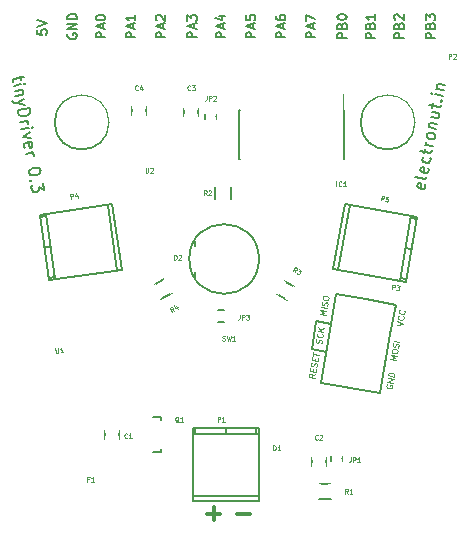
<source format=gto>
G04 #@! TF.FileFunction,Legend,Top*
%FSLAX46Y46*%
G04 Gerber Fmt 4.6, Leading zero omitted, Abs format (unit mm)*
G04 Created by KiCad (PCBNEW 4.0.1-stable) date 2016 March 22, Tuesday 17:13:29*
%MOMM*%
G01*
G04 APERTURE LIST*
%ADD10C,0.100000*%
%ADD11C,0.200000*%
%ADD12C,0.300000*%
%ADD13C,0.150000*%
%ADD14C,0.080000*%
%ADD15R,0.900000X1.000000*%
%ADD16R,1.150000X1.200000*%
%ADD17R,0.900000X1.300000*%
%ADD18R,1.300000X0.900000*%
%ADD19R,1.000000X0.900000*%
%ADD20R,2.127200X2.432000*%
%ADD21O,2.127200X2.432000*%
%ADD22R,1.300000X2.400000*%
%ADD23R,0.650000X1.100000*%
%ADD24R,0.900000X0.680000*%
%ADD25R,1.200100X1.200100*%
%ADD26R,1.000000X1.900000*%
%ADD27R,2.200000X1.500000*%
%ADD28O,1.517600X2.305000*%
%ADD29R,1.517600X2.305000*%
%ADD30R,1.900000X3.600000*%
%ADD31C,4.464000*%
%ADD32C,2.127200*%
%ADD33C,2.127200*%
%ADD34R,1.650000X1.400000*%
%ADD35O,2.398980X2.398980*%
%ADD36R,2.398980X2.398980*%
%ADD37C,2.398980*%
G04 APERTURE END LIST*
D10*
D11*
X159635917Y-79916229D02*
X159664489Y-80018804D01*
X159628144Y-80205781D01*
X159563228Y-80290183D01*
X159460654Y-80318755D01*
X159086700Y-80246066D01*
X159002298Y-80181149D01*
X158973726Y-80078575D01*
X159010071Y-79891597D01*
X159074987Y-79807195D01*
X159177561Y-79778624D01*
X159271050Y-79796796D01*
X159273677Y-80282410D01*
X159800781Y-79317642D02*
X159735865Y-79402044D01*
X159633290Y-79430616D01*
X158791895Y-79267065D01*
X159899415Y-78560648D02*
X159927987Y-78663223D01*
X159891643Y-78850200D01*
X159826726Y-78934602D01*
X159724152Y-78963174D01*
X159350198Y-78890485D01*
X159265796Y-78825568D01*
X159237224Y-78722994D01*
X159273569Y-78536016D01*
X159338485Y-78451614D01*
X159441059Y-78423043D01*
X159534549Y-78441215D01*
X159537175Y-78926829D01*
X160072052Y-77672509D02*
X160100624Y-77775084D01*
X160064279Y-77962061D01*
X159999363Y-78046463D01*
X159943533Y-78084121D01*
X159840958Y-78112693D01*
X159560493Y-78058176D01*
X159476091Y-77993259D01*
X159438433Y-77937429D01*
X159409861Y-77834855D01*
X159446206Y-77647877D01*
X159511122Y-77563475D01*
X159518895Y-77273925D02*
X159591584Y-76899972D01*
X159218944Y-77070089D02*
X160060339Y-77233640D01*
X160162913Y-77205068D01*
X160227830Y-77120666D01*
X160246002Y-77027178D01*
X160309605Y-76699968D02*
X159655187Y-76572762D01*
X159842163Y-76609107D02*
X159757761Y-76544190D01*
X159720103Y-76488360D01*
X159691531Y-76385786D01*
X159709704Y-76292296D01*
X160454984Y-75952061D02*
X160390067Y-76036464D01*
X160334237Y-76074122D01*
X160231663Y-76102693D01*
X159951197Y-76048176D01*
X159866795Y-75983260D01*
X159829137Y-75927430D01*
X159800565Y-75824855D01*
X159827824Y-75684622D01*
X159892740Y-75600220D01*
X159948570Y-75562562D01*
X160051145Y-75533990D01*
X160331610Y-75588507D01*
X160416012Y-75653424D01*
X160453670Y-75709254D01*
X160482242Y-75811828D01*
X160454984Y-75952061D01*
X159945943Y-75076949D02*
X160600362Y-75204155D01*
X160039432Y-75095121D02*
X160001774Y-75039291D01*
X159973202Y-74936716D01*
X160000460Y-74796483D01*
X160065377Y-74712081D01*
X160167951Y-74683509D01*
X160682137Y-74783457D01*
X160200356Y-73768112D02*
X160854774Y-73895318D01*
X160118580Y-74188810D02*
X160632766Y-74288757D01*
X160735341Y-74260186D01*
X160800257Y-74175784D01*
X160827516Y-74035550D01*
X160798944Y-73932976D01*
X160761286Y-73877146D01*
X160263958Y-73440903D02*
X160336648Y-73066950D01*
X159964008Y-73237068D02*
X160805403Y-73400618D01*
X160907977Y-73372047D01*
X160972894Y-73287645D01*
X160991066Y-73194156D01*
X160961181Y-72848774D02*
X161017011Y-72811116D01*
X161054669Y-72866947D01*
X160998839Y-72904605D01*
X160961181Y-72848774D01*
X161054669Y-72866947D01*
X161145530Y-72399506D02*
X160491112Y-72272300D01*
X160163903Y-72208697D02*
X160201561Y-72264527D01*
X160257391Y-72226869D01*
X160219734Y-72171039D01*
X160163903Y-72208697D01*
X160257391Y-72226869D01*
X160581973Y-71804858D02*
X161236392Y-71932065D01*
X160675462Y-71823031D02*
X160637804Y-71767201D01*
X160609232Y-71664626D01*
X160636490Y-71524393D01*
X160701407Y-71439991D01*
X160803981Y-71411419D01*
X161318167Y-71511367D01*
D10*
X151216316Y-90983055D02*
X150723912Y-90896231D01*
X151104570Y-90794114D01*
X150781795Y-90567962D01*
X151274199Y-90654786D01*
X151315543Y-90420307D02*
X150823140Y-90333483D01*
X151329306Y-90205143D02*
X151365157Y-90138934D01*
X151385829Y-90021695D01*
X151370651Y-89970665D01*
X151351337Y-89943082D01*
X151308576Y-89911366D01*
X151261681Y-89903097D01*
X151210651Y-89918276D01*
X151183069Y-89937589D01*
X151151352Y-89980350D01*
X151111366Y-90070007D01*
X151079649Y-90112768D01*
X151052068Y-90132081D01*
X151001037Y-90147260D01*
X150954142Y-90138991D01*
X150911381Y-90107274D01*
X150892067Y-90079692D01*
X150876888Y-90028662D01*
X150897560Y-89911423D01*
X150933412Y-89845215D01*
X150963712Y-89536258D02*
X150980250Y-89442467D01*
X151011967Y-89399706D01*
X151067131Y-89361080D01*
X151165057Y-89354170D01*
X151329192Y-89383112D01*
X151418849Y-89423097D01*
X151457475Y-89478261D01*
X151472654Y-89529291D01*
X151456116Y-89623082D01*
X151424399Y-89665844D01*
X151369235Y-89704470D01*
X151271309Y-89711381D01*
X151107174Y-89682439D01*
X151017518Y-89642453D01*
X150978891Y-89587289D01*
X150963712Y-89536258D01*
X150836675Y-93378234D02*
X150872526Y-93312024D01*
X150893199Y-93194786D01*
X150878020Y-93143756D01*
X150858706Y-93116173D01*
X150815945Y-93084457D01*
X150769050Y-93076188D01*
X150718020Y-93091366D01*
X150690438Y-93110680D01*
X150658721Y-93153441D01*
X150618736Y-93243098D01*
X150587018Y-93285859D01*
X150559437Y-93305172D01*
X150508407Y-93320351D01*
X150461511Y-93312082D01*
X150418750Y-93280365D01*
X150399436Y-93252783D01*
X150384257Y-93201753D01*
X150404929Y-93084513D01*
X150440781Y-93018305D01*
X150949665Y-92600322D02*
X150968979Y-92627905D01*
X150980023Y-92702382D01*
X150971754Y-92749277D01*
X150935903Y-92815487D01*
X150880738Y-92854114D01*
X150829708Y-92869292D01*
X150731783Y-92876202D01*
X150661439Y-92863799D01*
X150571782Y-92823813D01*
X150529021Y-92792096D01*
X150490395Y-92736932D01*
X150479350Y-92662453D01*
X150487619Y-92615558D01*
X150523470Y-92549350D01*
X150551053Y-92530036D01*
X151033771Y-92397560D02*
X150541367Y-92310736D01*
X151083385Y-92116187D02*
X150764801Y-92277604D01*
X150590981Y-92029363D02*
X150822741Y-92360350D01*
X150337652Y-96004435D02*
X150074233Y-96127225D01*
X150288038Y-96285808D02*
X149795635Y-96198984D01*
X149828710Y-96011402D01*
X149860428Y-95968641D01*
X149888010Y-95949328D01*
X149939040Y-95934149D01*
X150009383Y-95946552D01*
X150052144Y-95978270D01*
X150071458Y-96005851D01*
X150086636Y-96056881D01*
X150053561Y-96244464D01*
X150116937Y-95747925D02*
X150145879Y-95583791D01*
X150416207Y-95558927D02*
X150374862Y-95793405D01*
X149882459Y-95706580D01*
X149923803Y-95472103D01*
X150425836Y-95367210D02*
X150461687Y-95301001D01*
X150482359Y-95183762D01*
X150467181Y-95132732D01*
X150447867Y-95105149D01*
X150405106Y-95073433D01*
X150358210Y-95065164D01*
X150307180Y-95080343D01*
X150279598Y-95099656D01*
X150247881Y-95142417D01*
X150207896Y-95232074D01*
X150176179Y-95274835D01*
X150148597Y-95294148D01*
X150097567Y-95309327D01*
X150050671Y-95301058D01*
X150007910Y-95269341D01*
X149988596Y-95241759D01*
X149973417Y-95190729D01*
X149994090Y-95073490D01*
X150029941Y-95007282D01*
X150278182Y-94833461D02*
X150307123Y-94669327D01*
X150577452Y-94644463D02*
X150536107Y-94878941D01*
X150043703Y-94792117D01*
X150085048Y-94557639D01*
X150109855Y-94416952D02*
X150159469Y-94135579D01*
X150627066Y-94363089D02*
X150134662Y-94276265D01*
X157185316Y-94793055D02*
X156692912Y-94706231D01*
X157073570Y-94604114D01*
X156750795Y-94377962D01*
X157243199Y-94464786D01*
X156808677Y-94049692D02*
X156825215Y-93955901D01*
X156856933Y-93913140D01*
X156912097Y-93874513D01*
X157010023Y-93867604D01*
X157174158Y-93896545D01*
X157263814Y-93936530D01*
X157302441Y-93991695D01*
X157317619Y-94042725D01*
X157301081Y-94136516D01*
X157269365Y-94179277D01*
X157214201Y-94217904D01*
X157116275Y-94224814D01*
X156952140Y-94195873D01*
X156862483Y-94155886D01*
X156823857Y-94100722D01*
X156808677Y-94049692D01*
X157347920Y-93733769D02*
X157383771Y-93667559D01*
X157404443Y-93550321D01*
X157389265Y-93499291D01*
X157369951Y-93471708D01*
X157327190Y-93439992D01*
X157280295Y-93431723D01*
X157229265Y-93446901D01*
X157201683Y-93466215D01*
X157169966Y-93508976D01*
X157129980Y-93598633D01*
X157098263Y-93641394D01*
X157070681Y-93660707D01*
X157019651Y-93675886D01*
X156972756Y-93667617D01*
X156929995Y-93635900D01*
X156910681Y-93608318D01*
X156895502Y-93557288D01*
X156916174Y-93440049D01*
X156952026Y-93373840D01*
X157458192Y-93245499D02*
X156965788Y-93158675D01*
X156405646Y-96851753D02*
X156373929Y-96894514D01*
X156361526Y-96964857D01*
X156372570Y-97039336D01*
X156411197Y-97094500D01*
X156453958Y-97126216D01*
X156543615Y-97166203D01*
X156613959Y-97178606D01*
X156711884Y-97171696D01*
X156762914Y-97156517D01*
X156818079Y-97117891D01*
X156853930Y-97051681D01*
X156862199Y-97004786D01*
X156851155Y-96930309D01*
X156831841Y-96902726D01*
X156667707Y-96873784D01*
X156651169Y-96967576D01*
X156915947Y-96699964D02*
X156423543Y-96613140D01*
X156965561Y-96418591D01*
X156473157Y-96331767D01*
X157006905Y-96184112D02*
X156514502Y-96097288D01*
X156535174Y-95980050D01*
X156571026Y-95913840D01*
X156626190Y-95875214D01*
X156677220Y-95860035D01*
X156775146Y-95853125D01*
X156845490Y-95865528D01*
X156935146Y-95905515D01*
X156977907Y-95937231D01*
X157016534Y-95992395D01*
X157027578Y-96066874D01*
X157006905Y-96184112D01*
X157221584Y-91794991D02*
X157742930Y-91717680D01*
X157279467Y-91466722D01*
X157803531Y-91099769D02*
X157822844Y-91127352D01*
X157833888Y-91201829D01*
X157825619Y-91248725D01*
X157789768Y-91314934D01*
X157734604Y-91353561D01*
X157683574Y-91368739D01*
X157585648Y-91375650D01*
X157515304Y-91363246D01*
X157425648Y-91323260D01*
X157382887Y-91291544D01*
X157344260Y-91236379D01*
X157333215Y-91161901D01*
X157341484Y-91115005D01*
X157377336Y-91048797D01*
X157404919Y-91029483D01*
X157890355Y-90607365D02*
X157909668Y-90634948D01*
X157920712Y-90709425D01*
X157912443Y-90756321D01*
X157876593Y-90822530D01*
X157821428Y-90861157D01*
X157770398Y-90876335D01*
X157672472Y-90883246D01*
X157602129Y-90870842D01*
X157512472Y-90830856D01*
X157469711Y-90799140D01*
X157431084Y-90743975D01*
X157420039Y-90669497D01*
X157428308Y-90622601D01*
X157464160Y-90556393D01*
X157491743Y-90537079D01*
D12*
X143700572Y-107803143D02*
X144843429Y-107803143D01*
X141160572Y-107803143D02*
X142303429Y-107803143D01*
X141732000Y-108374571D02*
X141732000Y-107231714D01*
D13*
X129394000Y-67157523D02*
X129355905Y-67233714D01*
X129355905Y-67347999D01*
X129394000Y-67462285D01*
X129470190Y-67538476D01*
X129546381Y-67576571D01*
X129698762Y-67614666D01*
X129813048Y-67614666D01*
X129965429Y-67576571D01*
X130041619Y-67538476D01*
X130117810Y-67462285D01*
X130155905Y-67347999D01*
X130155905Y-67271809D01*
X130117810Y-67157523D01*
X130079714Y-67119428D01*
X129813048Y-67119428D01*
X129813048Y-67271809D01*
X130155905Y-66776571D02*
X129355905Y-66776571D01*
X130155905Y-66319428D01*
X129355905Y-66319428D01*
X130155905Y-65938476D02*
X129355905Y-65938476D01*
X129355905Y-65748000D01*
X129394000Y-65633714D01*
X129470190Y-65557523D01*
X129546381Y-65519428D01*
X129698762Y-65481333D01*
X129813048Y-65481333D01*
X129965429Y-65519428D01*
X130041619Y-65557523D01*
X130117810Y-65633714D01*
X130155905Y-65748000D01*
X130155905Y-65938476D01*
D11*
X125326790Y-70730751D02*
X125392941Y-71105915D01*
X125679865Y-70813555D02*
X124835744Y-70962396D01*
X124750222Y-71025830D01*
X124719865Y-71127890D01*
X124736402Y-71221681D01*
X124794285Y-71549951D02*
X125450824Y-71434185D01*
X125779093Y-71376303D02*
X125723928Y-71337676D01*
X125685302Y-71392840D01*
X125740466Y-71431467D01*
X125779093Y-71376303D01*
X125685302Y-71392840D01*
X125533514Y-71903141D02*
X124876975Y-72018906D01*
X125439722Y-71919679D02*
X125494887Y-71958305D01*
X125558320Y-72043828D01*
X125583128Y-72184515D01*
X125552770Y-72286575D01*
X125467248Y-72350009D01*
X124951396Y-72440967D01*
X125674086Y-72700366D02*
X125058892Y-73050610D01*
X125756776Y-73169323D02*
X125058892Y-73050610D01*
X124807876Y-72998163D01*
X124752712Y-72959537D01*
X124689278Y-72874015D01*
X125166388Y-73660253D02*
X126151196Y-73486605D01*
X126192541Y-73721083D01*
X126170452Y-73870039D01*
X126093199Y-73980368D01*
X126007677Y-74043802D01*
X125828364Y-74123773D01*
X125687676Y-74148580D01*
X125491825Y-74134760D01*
X125389765Y-74104403D01*
X125279436Y-74027149D01*
X125207733Y-73894731D01*
X125166388Y-73660253D01*
X125340037Y-74645061D02*
X125996575Y-74529295D01*
X125808993Y-74562371D02*
X125911053Y-74592729D01*
X125966218Y-74631355D01*
X126029651Y-74716877D01*
X126046189Y-74810670D01*
X125447533Y-75254704D02*
X126104072Y-75138938D01*
X126432341Y-75081056D02*
X126377176Y-75042429D01*
X126338550Y-75097594D01*
X126393714Y-75136220D01*
X126432341Y-75081056D01*
X126338550Y-75097594D01*
X126170224Y-75514103D02*
X125555030Y-75864346D01*
X126252913Y-75983060D01*
X125775574Y-76840886D02*
X125712140Y-76755364D01*
X125679064Y-76567781D01*
X125709422Y-76465721D01*
X125794944Y-76402287D01*
X126170109Y-76336135D01*
X126272169Y-76366493D01*
X126335603Y-76452015D01*
X126368679Y-76639598D01*
X126338321Y-76741658D01*
X126252799Y-76805092D01*
X126159007Y-76821630D01*
X125982526Y-76369211D01*
X125811367Y-77318111D02*
X126467906Y-77202345D01*
X126280324Y-77235421D02*
X126382384Y-77265779D01*
X126437549Y-77304405D01*
X126500982Y-77389927D01*
X126517520Y-77483719D01*
X127069051Y-78692018D02*
X127085589Y-78785810D01*
X127055231Y-78887870D01*
X127016605Y-78943035D01*
X126931083Y-79006468D01*
X126751769Y-79086439D01*
X126517291Y-79127784D01*
X126321439Y-79113965D01*
X126219379Y-79083607D01*
X126164215Y-79044980D01*
X126100781Y-78959458D01*
X126084243Y-78865666D01*
X126114601Y-78763606D01*
X126153228Y-78708441D01*
X126238750Y-78645008D01*
X126418063Y-78565037D01*
X126652542Y-78523692D01*
X126848393Y-78537511D01*
X126950453Y-78567869D01*
X127005618Y-78606496D01*
X127069051Y-78692018D01*
X126310338Y-79599458D02*
X126271711Y-79654623D01*
X126216547Y-79615996D01*
X126255173Y-79560831D01*
X126310338Y-79599458D01*
X126216547Y-79615996D01*
X127267506Y-79817512D02*
X127375003Y-80427156D01*
X126941955Y-80165037D01*
X126966762Y-80305725D01*
X126936405Y-80407785D01*
X126897778Y-80462950D01*
X126812255Y-80526383D01*
X126577777Y-80567728D01*
X126475717Y-80537370D01*
X126420552Y-80498744D01*
X126357119Y-80413222D01*
X126307505Y-80131847D01*
X126337863Y-80029787D01*
X126376489Y-79974623D01*
D13*
X160508905Y-67538476D02*
X159708905Y-67538476D01*
X159708905Y-67233714D01*
X159747000Y-67157523D01*
X159785095Y-67119428D01*
X159861286Y-67081333D01*
X159975571Y-67081333D01*
X160051762Y-67119428D01*
X160089857Y-67157523D01*
X160127952Y-67233714D01*
X160127952Y-67538476D01*
X160089857Y-66471809D02*
X160127952Y-66357523D01*
X160166048Y-66319428D01*
X160242238Y-66281333D01*
X160356524Y-66281333D01*
X160432714Y-66319428D01*
X160470810Y-66357523D01*
X160508905Y-66433714D01*
X160508905Y-66738476D01*
X159708905Y-66738476D01*
X159708905Y-66471809D01*
X159747000Y-66395619D01*
X159785095Y-66357523D01*
X159861286Y-66319428D01*
X159937476Y-66319428D01*
X160013667Y-66357523D01*
X160051762Y-66395619D01*
X160089857Y-66471809D01*
X160089857Y-66738476D01*
X159708905Y-66014666D02*
X159708905Y-65519428D01*
X160013667Y-65786095D01*
X160013667Y-65671809D01*
X160051762Y-65595619D01*
X160089857Y-65557523D01*
X160166048Y-65519428D01*
X160356524Y-65519428D01*
X160432714Y-65557523D01*
X160470810Y-65595619D01*
X160508905Y-65671809D01*
X160508905Y-65900381D01*
X160470810Y-65976571D01*
X160432714Y-66014666D01*
X157841905Y-67538476D02*
X157041905Y-67538476D01*
X157041905Y-67233714D01*
X157080000Y-67157523D01*
X157118095Y-67119428D01*
X157194286Y-67081333D01*
X157308571Y-67081333D01*
X157384762Y-67119428D01*
X157422857Y-67157523D01*
X157460952Y-67233714D01*
X157460952Y-67538476D01*
X157422857Y-66471809D02*
X157460952Y-66357523D01*
X157499048Y-66319428D01*
X157575238Y-66281333D01*
X157689524Y-66281333D01*
X157765714Y-66319428D01*
X157803810Y-66357523D01*
X157841905Y-66433714D01*
X157841905Y-66738476D01*
X157041905Y-66738476D01*
X157041905Y-66471809D01*
X157080000Y-66395619D01*
X157118095Y-66357523D01*
X157194286Y-66319428D01*
X157270476Y-66319428D01*
X157346667Y-66357523D01*
X157384762Y-66395619D01*
X157422857Y-66471809D01*
X157422857Y-66738476D01*
X157118095Y-65976571D02*
X157080000Y-65938476D01*
X157041905Y-65862285D01*
X157041905Y-65671809D01*
X157080000Y-65595619D01*
X157118095Y-65557523D01*
X157194286Y-65519428D01*
X157270476Y-65519428D01*
X157384762Y-65557523D01*
X157841905Y-66014666D01*
X157841905Y-65519428D01*
X155428905Y-67538476D02*
X154628905Y-67538476D01*
X154628905Y-67233714D01*
X154667000Y-67157523D01*
X154705095Y-67119428D01*
X154781286Y-67081333D01*
X154895571Y-67081333D01*
X154971762Y-67119428D01*
X155009857Y-67157523D01*
X155047952Y-67233714D01*
X155047952Y-67538476D01*
X155009857Y-66471809D02*
X155047952Y-66357523D01*
X155086048Y-66319428D01*
X155162238Y-66281333D01*
X155276524Y-66281333D01*
X155352714Y-66319428D01*
X155390810Y-66357523D01*
X155428905Y-66433714D01*
X155428905Y-66738476D01*
X154628905Y-66738476D01*
X154628905Y-66471809D01*
X154667000Y-66395619D01*
X154705095Y-66357523D01*
X154781286Y-66319428D01*
X154857476Y-66319428D01*
X154933667Y-66357523D01*
X154971762Y-66395619D01*
X155009857Y-66471809D01*
X155009857Y-66738476D01*
X155428905Y-65519428D02*
X155428905Y-65976571D01*
X155428905Y-65748000D02*
X154628905Y-65748000D01*
X154743190Y-65824190D01*
X154819381Y-65900381D01*
X154857476Y-65976571D01*
X153015905Y-67538476D02*
X152215905Y-67538476D01*
X152215905Y-67233714D01*
X152254000Y-67157523D01*
X152292095Y-67119428D01*
X152368286Y-67081333D01*
X152482571Y-67081333D01*
X152558762Y-67119428D01*
X152596857Y-67157523D01*
X152634952Y-67233714D01*
X152634952Y-67538476D01*
X152596857Y-66471809D02*
X152634952Y-66357523D01*
X152673048Y-66319428D01*
X152749238Y-66281333D01*
X152863524Y-66281333D01*
X152939714Y-66319428D01*
X152977810Y-66357523D01*
X153015905Y-66433714D01*
X153015905Y-66738476D01*
X152215905Y-66738476D01*
X152215905Y-66471809D01*
X152254000Y-66395619D01*
X152292095Y-66357523D01*
X152368286Y-66319428D01*
X152444476Y-66319428D01*
X152520667Y-66357523D01*
X152558762Y-66395619D01*
X152596857Y-66471809D01*
X152596857Y-66738476D01*
X152215905Y-65786095D02*
X152215905Y-65709904D01*
X152254000Y-65633714D01*
X152292095Y-65595619D01*
X152368286Y-65557523D01*
X152520667Y-65519428D01*
X152711143Y-65519428D01*
X152863524Y-65557523D01*
X152939714Y-65595619D01*
X152977810Y-65633714D01*
X153015905Y-65709904D01*
X153015905Y-65786095D01*
X152977810Y-65862285D01*
X152939714Y-65900381D01*
X152863524Y-65938476D01*
X152711143Y-65976571D01*
X152520667Y-65976571D01*
X152368286Y-65938476D01*
X152292095Y-65900381D01*
X152254000Y-65862285D01*
X152215905Y-65786095D01*
X150348905Y-67481333D02*
X149548905Y-67481333D01*
X149548905Y-67176571D01*
X149587000Y-67100380D01*
X149625095Y-67062285D01*
X149701286Y-67024190D01*
X149815571Y-67024190D01*
X149891762Y-67062285D01*
X149929857Y-67100380D01*
X149967952Y-67176571D01*
X149967952Y-67481333D01*
X150120333Y-66719428D02*
X150120333Y-66338476D01*
X150348905Y-66795619D02*
X149548905Y-66528952D01*
X150348905Y-66262285D01*
X149548905Y-66071809D02*
X149548905Y-65538476D01*
X150348905Y-65881333D01*
X147808905Y-67481333D02*
X147008905Y-67481333D01*
X147008905Y-67176571D01*
X147047000Y-67100380D01*
X147085095Y-67062285D01*
X147161286Y-67024190D01*
X147275571Y-67024190D01*
X147351762Y-67062285D01*
X147389857Y-67100380D01*
X147427952Y-67176571D01*
X147427952Y-67481333D01*
X147580333Y-66719428D02*
X147580333Y-66338476D01*
X147808905Y-66795619D02*
X147008905Y-66528952D01*
X147808905Y-66262285D01*
X147008905Y-65652762D02*
X147008905Y-65805143D01*
X147047000Y-65881333D01*
X147085095Y-65919428D01*
X147199381Y-65995619D01*
X147351762Y-66033714D01*
X147656524Y-66033714D01*
X147732714Y-65995619D01*
X147770810Y-65957524D01*
X147808905Y-65881333D01*
X147808905Y-65728952D01*
X147770810Y-65652762D01*
X147732714Y-65614666D01*
X147656524Y-65576571D01*
X147466048Y-65576571D01*
X147389857Y-65614666D01*
X147351762Y-65652762D01*
X147313667Y-65728952D01*
X147313667Y-65881333D01*
X147351762Y-65957524D01*
X147389857Y-65995619D01*
X147466048Y-66033714D01*
X145268905Y-67481333D02*
X144468905Y-67481333D01*
X144468905Y-67176571D01*
X144507000Y-67100380D01*
X144545095Y-67062285D01*
X144621286Y-67024190D01*
X144735571Y-67024190D01*
X144811762Y-67062285D01*
X144849857Y-67100380D01*
X144887952Y-67176571D01*
X144887952Y-67481333D01*
X145040333Y-66719428D02*
X145040333Y-66338476D01*
X145268905Y-66795619D02*
X144468905Y-66528952D01*
X145268905Y-66262285D01*
X144468905Y-65614666D02*
X144468905Y-65995619D01*
X144849857Y-66033714D01*
X144811762Y-65995619D01*
X144773667Y-65919428D01*
X144773667Y-65728952D01*
X144811762Y-65652762D01*
X144849857Y-65614666D01*
X144926048Y-65576571D01*
X145116524Y-65576571D01*
X145192714Y-65614666D01*
X145230810Y-65652762D01*
X145268905Y-65728952D01*
X145268905Y-65919428D01*
X145230810Y-65995619D01*
X145192714Y-66033714D01*
X142728905Y-67481333D02*
X141928905Y-67481333D01*
X141928905Y-67176571D01*
X141967000Y-67100380D01*
X142005095Y-67062285D01*
X142081286Y-67024190D01*
X142195571Y-67024190D01*
X142271762Y-67062285D01*
X142309857Y-67100380D01*
X142347952Y-67176571D01*
X142347952Y-67481333D01*
X142500333Y-66719428D02*
X142500333Y-66338476D01*
X142728905Y-66795619D02*
X141928905Y-66528952D01*
X142728905Y-66262285D01*
X142195571Y-65652762D02*
X142728905Y-65652762D01*
X141890810Y-65843238D02*
X142462238Y-66033714D01*
X142462238Y-65538476D01*
X140315905Y-67481333D02*
X139515905Y-67481333D01*
X139515905Y-67176571D01*
X139554000Y-67100380D01*
X139592095Y-67062285D01*
X139668286Y-67024190D01*
X139782571Y-67024190D01*
X139858762Y-67062285D01*
X139896857Y-67100380D01*
X139934952Y-67176571D01*
X139934952Y-67481333D01*
X140087333Y-66719428D02*
X140087333Y-66338476D01*
X140315905Y-66795619D02*
X139515905Y-66528952D01*
X140315905Y-66262285D01*
X139515905Y-66071809D02*
X139515905Y-65576571D01*
X139820667Y-65843238D01*
X139820667Y-65728952D01*
X139858762Y-65652762D01*
X139896857Y-65614666D01*
X139973048Y-65576571D01*
X140163524Y-65576571D01*
X140239714Y-65614666D01*
X140277810Y-65652762D01*
X140315905Y-65728952D01*
X140315905Y-65957524D01*
X140277810Y-66033714D01*
X140239714Y-66071809D01*
X137648905Y-67481333D02*
X136848905Y-67481333D01*
X136848905Y-67176571D01*
X136887000Y-67100380D01*
X136925095Y-67062285D01*
X137001286Y-67024190D01*
X137115571Y-67024190D01*
X137191762Y-67062285D01*
X137229857Y-67100380D01*
X137267952Y-67176571D01*
X137267952Y-67481333D01*
X137420333Y-66719428D02*
X137420333Y-66338476D01*
X137648905Y-66795619D02*
X136848905Y-66528952D01*
X137648905Y-66262285D01*
X136925095Y-66033714D02*
X136887000Y-65995619D01*
X136848905Y-65919428D01*
X136848905Y-65728952D01*
X136887000Y-65652762D01*
X136925095Y-65614666D01*
X137001286Y-65576571D01*
X137077476Y-65576571D01*
X137191762Y-65614666D01*
X137648905Y-66071809D01*
X137648905Y-65576571D01*
X135108905Y-67481333D02*
X134308905Y-67481333D01*
X134308905Y-67176571D01*
X134347000Y-67100380D01*
X134385095Y-67062285D01*
X134461286Y-67024190D01*
X134575571Y-67024190D01*
X134651762Y-67062285D01*
X134689857Y-67100380D01*
X134727952Y-67176571D01*
X134727952Y-67481333D01*
X134880333Y-66719428D02*
X134880333Y-66338476D01*
X135108905Y-66795619D02*
X134308905Y-66528952D01*
X135108905Y-66262285D01*
X135108905Y-65576571D02*
X135108905Y-66033714D01*
X135108905Y-65805143D02*
X134308905Y-65805143D01*
X134423190Y-65881333D01*
X134499381Y-65957524D01*
X134537476Y-66033714D01*
X132568905Y-67481333D02*
X131768905Y-67481333D01*
X131768905Y-67176571D01*
X131807000Y-67100380D01*
X131845095Y-67062285D01*
X131921286Y-67024190D01*
X132035571Y-67024190D01*
X132111762Y-67062285D01*
X132149857Y-67100380D01*
X132187952Y-67176571D01*
X132187952Y-67481333D01*
X132340333Y-66719428D02*
X132340333Y-66338476D01*
X132568905Y-66795619D02*
X131768905Y-66528952D01*
X132568905Y-66262285D01*
X131768905Y-65843238D02*
X131768905Y-65767047D01*
X131807000Y-65690857D01*
X131845095Y-65652762D01*
X131921286Y-65614666D01*
X132073667Y-65576571D01*
X132264143Y-65576571D01*
X132416524Y-65614666D01*
X132492714Y-65652762D01*
X132530810Y-65690857D01*
X132568905Y-65767047D01*
X132568905Y-65843238D01*
X132530810Y-65919428D01*
X132492714Y-65957524D01*
X132416524Y-65995619D01*
X132264143Y-66033714D01*
X132073667Y-66033714D01*
X131921286Y-65995619D01*
X131845095Y-65957524D01*
X131807000Y-65919428D01*
X131768905Y-65843238D01*
X126815905Y-66827380D02*
X126815905Y-67208333D01*
X127196857Y-67246428D01*
X127158762Y-67208333D01*
X127120667Y-67132142D01*
X127120667Y-66941666D01*
X127158762Y-66865476D01*
X127196857Y-66827380D01*
X127273048Y-66789285D01*
X127463524Y-66789285D01*
X127539714Y-66827380D01*
X127577810Y-66865476D01*
X127615905Y-66941666D01*
X127615905Y-67132142D01*
X127577810Y-67208333D01*
X127539714Y-67246428D01*
X126815905Y-66560714D02*
X127615905Y-66294047D01*
X126815905Y-66027380D01*
X151671000Y-102874000D02*
X151671000Y-103374000D01*
X152621000Y-103374000D02*
X152621000Y-102874000D01*
X133696000Y-100742000D02*
X133696000Y-101442000D01*
X132496000Y-101442000D02*
X132496000Y-100742000D01*
X151222000Y-103028000D02*
X151222000Y-103728000D01*
X150022000Y-103728000D02*
X150022000Y-103028000D01*
X151630000Y-106593000D02*
X150630000Y-106593000D01*
X150630000Y-105243000D02*
X151630000Y-105243000D01*
X143169000Y-80145000D02*
X143169000Y-81145000D01*
X141819000Y-81145000D02*
X141819000Y-80145000D01*
X147923513Y-89734567D02*
X147057487Y-89234567D01*
X147732487Y-88065433D02*
X148598513Y-88565433D01*
X136643487Y-88438433D02*
X137509513Y-87938433D01*
X138184513Y-89107567D02*
X137318487Y-89607567D01*
X141953000Y-74418000D02*
X141953000Y-73918000D01*
X141003000Y-73918000D02*
X141003000Y-74418000D01*
X142617000Y-90584000D02*
X142117000Y-90584000D01*
X142117000Y-91534000D02*
X142617000Y-91534000D01*
X137302240Y-102391160D02*
X137302240Y-102342900D01*
X136601200Y-99592180D02*
X137302240Y-99592180D01*
X137302240Y-99592180D02*
X137302240Y-99841100D01*
X137302240Y-102391160D02*
X137302240Y-102591820D01*
X137302240Y-102591820D02*
X136601200Y-102591820D01*
X139227000Y-74137000D02*
X139227000Y-73437000D01*
X140427000Y-73437000D02*
X140427000Y-74137000D01*
X134782000Y-74010000D02*
X134782000Y-73310000D01*
X135982000Y-73310000D02*
X135982000Y-74010000D01*
X152786000Y-73617000D02*
X152671000Y-73617000D01*
X152786000Y-77767000D02*
X152671000Y-77767000D01*
X143886000Y-77767000D02*
X144001000Y-77767000D01*
X143886000Y-73617000D02*
X144001000Y-73617000D01*
X152786000Y-73617000D02*
X152786000Y-77767000D01*
X143886000Y-73617000D02*
X143886000Y-77767000D01*
X152671000Y-73617000D02*
X152671000Y-72242000D01*
X140121000Y-87333000D02*
X140121000Y-87783000D01*
X145571000Y-86233000D02*
G75*
G03X145571000Y-86233000I-2950000J0D01*
G01*
X140121000Y-85133000D02*
X140121000Y-84683000D01*
X158750000Y-74676000D02*
G75*
G03X158750000Y-74676000I-2286000J0D01*
G01*
X132842000Y-74676000D02*
G75*
G03X132842000Y-74676000I-2286000J0D01*
G01*
X151690761Y-91708173D02*
X152131827Y-89206761D01*
X152131827Y-89206761D02*
X154633239Y-89647827D01*
X150219522Y-92738345D02*
X150021042Y-93863981D01*
X150021042Y-93863981D02*
X151271748Y-94084514D01*
X150440055Y-91487639D02*
X150219522Y-92738345D01*
X151690761Y-91708173D02*
X150440055Y-91487639D01*
X151690761Y-91708173D02*
X150808628Y-96710996D01*
X150808628Y-96710996D02*
X155811452Y-97593129D01*
X155811452Y-97593129D02*
X156693584Y-92590305D01*
X157134651Y-90088894D02*
X154633239Y-89647827D01*
X156693584Y-92590305D02*
X157134651Y-90088894D01*
X139948920Y-101031040D02*
X145547080Y-101031040D01*
X145348960Y-100533200D02*
X145348960Y-101031040D01*
X140147040Y-101031040D02*
X140147040Y-100533200D01*
X142748000Y-100533200D02*
X142748000Y-101031040D01*
X145547080Y-106332020D02*
X139948920Y-106332020D01*
X145547080Y-100533200D02*
X139948920Y-100533200D01*
X139948920Y-100533200D02*
X139948920Y-106730800D01*
X139948920Y-106730800D02*
X145547080Y-106730800D01*
X145547080Y-106730800D02*
X145547080Y-100533200D01*
X128292659Y-87957464D02*
X127513546Y-82413785D01*
X127048123Y-82679262D02*
X127541119Y-82609976D01*
X128265086Y-87761272D02*
X127772091Y-87830558D01*
X127410107Y-85254910D02*
X127903102Y-85185624D01*
X132762937Y-81676031D02*
X133542050Y-87219710D01*
X127020551Y-82483071D02*
X127799664Y-88026750D01*
X127799664Y-88026750D02*
X133936949Y-87164210D01*
X133936949Y-87164210D02*
X133157836Y-81620531D01*
X133157836Y-81620531D02*
X127020551Y-82483071D01*
X158462034Y-82550390D02*
X157489924Y-88063502D01*
X158014603Y-87954841D02*
X157524327Y-87868392D01*
X158427631Y-82745501D02*
X158917907Y-82831950D01*
X158466255Y-85393395D02*
X157975979Y-85306946D01*
X152269477Y-87142996D02*
X153241588Y-81629885D01*
X157980200Y-88149951D02*
X158952311Y-82636839D01*
X158952311Y-82636839D02*
X152848866Y-81560637D01*
X152848866Y-81560637D02*
X151876756Y-87073749D01*
X151876756Y-87073749D02*
X157980200Y-88149951D01*
D14*
X153336667Y-103031952D02*
X153336667Y-103317667D01*
X153317619Y-103374810D01*
X153279524Y-103412905D01*
X153222381Y-103431952D01*
X153184286Y-103431952D01*
X153527143Y-103431952D02*
X153527143Y-103031952D01*
X153679524Y-103031952D01*
X153717619Y-103051000D01*
X153736667Y-103070048D01*
X153755715Y-103108143D01*
X153755715Y-103165286D01*
X153736667Y-103203381D01*
X153717619Y-103222429D01*
X153679524Y-103241476D01*
X153527143Y-103241476D01*
X154136667Y-103431952D02*
X153908095Y-103431952D01*
X154022381Y-103431952D02*
X154022381Y-103031952D01*
X153984286Y-103089095D01*
X153946191Y-103127190D01*
X153908095Y-103146238D01*
X134426334Y-101361857D02*
X134407286Y-101380905D01*
X134350143Y-101399952D01*
X134312048Y-101399952D01*
X134254905Y-101380905D01*
X134216810Y-101342810D01*
X134197762Y-101304714D01*
X134178714Y-101228524D01*
X134178714Y-101171381D01*
X134197762Y-101095190D01*
X134216810Y-101057095D01*
X134254905Y-101019000D01*
X134312048Y-100999952D01*
X134350143Y-100999952D01*
X134407286Y-101019000D01*
X134426334Y-101038048D01*
X134807286Y-101399952D02*
X134578714Y-101399952D01*
X134693000Y-101399952D02*
X134693000Y-100999952D01*
X134654905Y-101057095D01*
X134616810Y-101095190D01*
X134578714Y-101114238D01*
X150555334Y-101488857D02*
X150536286Y-101507905D01*
X150479143Y-101526952D01*
X150441048Y-101526952D01*
X150383905Y-101507905D01*
X150345810Y-101469810D01*
X150326762Y-101431714D01*
X150307714Y-101355524D01*
X150307714Y-101298381D01*
X150326762Y-101222190D01*
X150345810Y-101184095D01*
X150383905Y-101146000D01*
X150441048Y-101126952D01*
X150479143Y-101126952D01*
X150536286Y-101146000D01*
X150555334Y-101165048D01*
X150707714Y-101165048D02*
X150726762Y-101146000D01*
X150764857Y-101126952D01*
X150860095Y-101126952D01*
X150898191Y-101146000D01*
X150917238Y-101165048D01*
X150936286Y-101203143D01*
X150936286Y-101241238D01*
X150917238Y-101298381D01*
X150688667Y-101526952D01*
X150936286Y-101526952D01*
X153095334Y-106098952D02*
X152962000Y-105908476D01*
X152866762Y-106098952D02*
X152866762Y-105698952D01*
X153019143Y-105698952D01*
X153057238Y-105718000D01*
X153076286Y-105737048D01*
X153095334Y-105775143D01*
X153095334Y-105832286D01*
X153076286Y-105870381D01*
X153057238Y-105889429D01*
X153019143Y-105908476D01*
X152866762Y-105908476D01*
X153476286Y-106098952D02*
X153247714Y-106098952D01*
X153362000Y-106098952D02*
X153362000Y-105698952D01*
X153323905Y-105756095D01*
X153285810Y-105794190D01*
X153247714Y-105813238D01*
X141157334Y-80825952D02*
X141024000Y-80635476D01*
X140928762Y-80825952D02*
X140928762Y-80425952D01*
X141081143Y-80425952D01*
X141119238Y-80445000D01*
X141138286Y-80464048D01*
X141157334Y-80502143D01*
X141157334Y-80559286D01*
X141138286Y-80597381D01*
X141119238Y-80616429D01*
X141081143Y-80635476D01*
X140928762Y-80635476D01*
X141309714Y-80464048D02*
X141328762Y-80445000D01*
X141366857Y-80425952D01*
X141462095Y-80425952D01*
X141500191Y-80445000D01*
X141519238Y-80464048D01*
X141538286Y-80502143D01*
X141538286Y-80540238D01*
X141519238Y-80597381D01*
X141290667Y-80825952D01*
X141538286Y-80825952D01*
X148629790Y-87377928D02*
X148609557Y-87146304D01*
X148431840Y-87263642D02*
X148631840Y-86917232D01*
X148763806Y-86993422D01*
X148787273Y-87028966D01*
X148794245Y-87054986D01*
X148791694Y-87097501D01*
X148763123Y-87146988D01*
X148727579Y-87170456D01*
X148701559Y-87177428D01*
X148659044Y-87174875D01*
X148527078Y-87098685D01*
X148945259Y-87098184D02*
X149159704Y-87221994D01*
X148968043Y-87287293D01*
X149017530Y-87315864D01*
X149040998Y-87351408D01*
X149047969Y-87377428D01*
X149045418Y-87419943D01*
X148997799Y-87502422D01*
X148962255Y-87525889D01*
X148936236Y-87532861D01*
X148893720Y-87530309D01*
X148794747Y-87473166D01*
X148771278Y-87437623D01*
X148764307Y-87411603D01*
X138396742Y-90608490D02*
X138186033Y-90510200D01*
X138198792Y-90722776D02*
X137998792Y-90376366D01*
X138130758Y-90300175D01*
X138173273Y-90297624D01*
X138199293Y-90304596D01*
X138234837Y-90328063D01*
X138263409Y-90377550D01*
X138265960Y-90420066D01*
X138258988Y-90446086D01*
X138235520Y-90481628D01*
X138103554Y-90557819D01*
X138560331Y-90206122D02*
X138693664Y-90437062D01*
X138401662Y-90121775D02*
X138462040Y-90416830D01*
X138676485Y-90293020D01*
X141144667Y-72424952D02*
X141144667Y-72710667D01*
X141125619Y-72767810D01*
X141087524Y-72805905D01*
X141030381Y-72824952D01*
X140992286Y-72824952D01*
X141335143Y-72824952D02*
X141335143Y-72424952D01*
X141487524Y-72424952D01*
X141525619Y-72444000D01*
X141544667Y-72463048D01*
X141563715Y-72501143D01*
X141563715Y-72558286D01*
X141544667Y-72596381D01*
X141525619Y-72615429D01*
X141487524Y-72634476D01*
X141335143Y-72634476D01*
X141716095Y-72463048D02*
X141735143Y-72444000D01*
X141773238Y-72424952D01*
X141868476Y-72424952D01*
X141906572Y-72444000D01*
X141925619Y-72463048D01*
X141944667Y-72501143D01*
X141944667Y-72539238D01*
X141925619Y-72596381D01*
X141697048Y-72824952D01*
X141944667Y-72824952D01*
X143938667Y-90966952D02*
X143938667Y-91252667D01*
X143919619Y-91309810D01*
X143881524Y-91347905D01*
X143824381Y-91366952D01*
X143786286Y-91366952D01*
X144129143Y-91366952D02*
X144129143Y-90966952D01*
X144281524Y-90966952D01*
X144319619Y-90986000D01*
X144338667Y-91005048D01*
X144357715Y-91043143D01*
X144357715Y-91100286D01*
X144338667Y-91138381D01*
X144319619Y-91157429D01*
X144281524Y-91176476D01*
X144129143Y-91176476D01*
X144491048Y-90966952D02*
X144738667Y-90966952D01*
X144605334Y-91119333D01*
X144662476Y-91119333D01*
X144700572Y-91138381D01*
X144719619Y-91157429D01*
X144738667Y-91195524D01*
X144738667Y-91290762D01*
X144719619Y-91328857D01*
X144700572Y-91347905D01*
X144662476Y-91366952D01*
X144548191Y-91366952D01*
X144510095Y-91347905D01*
X144491048Y-91328857D01*
X161629762Y-69268952D02*
X161629762Y-68868952D01*
X161782143Y-68868952D01*
X161820238Y-68888000D01*
X161839286Y-68907048D01*
X161858334Y-68945143D01*
X161858334Y-69002286D01*
X161839286Y-69040381D01*
X161820238Y-69059429D01*
X161782143Y-69078476D01*
X161629762Y-69078476D01*
X162010714Y-68907048D02*
X162029762Y-68888000D01*
X162067857Y-68868952D01*
X162163095Y-68868952D01*
X162201191Y-68888000D01*
X162220238Y-68907048D01*
X162239286Y-68945143D01*
X162239286Y-68983238D01*
X162220238Y-69040381D01*
X161991667Y-69268952D01*
X162239286Y-69268952D01*
X135966238Y-78520952D02*
X135966238Y-78844762D01*
X135985286Y-78882857D01*
X136004333Y-78901905D01*
X136042429Y-78920952D01*
X136118619Y-78920952D01*
X136156714Y-78901905D01*
X136175762Y-78882857D01*
X136194810Y-78844762D01*
X136194810Y-78520952D01*
X136366238Y-78559048D02*
X136385286Y-78540000D01*
X136423381Y-78520952D01*
X136518619Y-78520952D01*
X136556715Y-78540000D01*
X136575762Y-78559048D01*
X136594810Y-78597143D01*
X136594810Y-78635238D01*
X136575762Y-78692381D01*
X136347191Y-78920952D01*
X136594810Y-78920952D01*
X138772905Y-100041048D02*
X138734810Y-100022000D01*
X138696714Y-99983905D01*
X138639571Y-99926762D01*
X138601476Y-99907714D01*
X138563381Y-99907714D01*
X138582429Y-100002952D02*
X138544333Y-99983905D01*
X138506238Y-99945810D01*
X138487190Y-99869619D01*
X138487190Y-99736286D01*
X138506238Y-99660095D01*
X138544333Y-99622000D01*
X138582429Y-99602952D01*
X138658619Y-99602952D01*
X138696714Y-99622000D01*
X138734810Y-99660095D01*
X138753857Y-99736286D01*
X138753857Y-99869619D01*
X138734810Y-99945810D01*
X138696714Y-99983905D01*
X138658619Y-100002952D01*
X138582429Y-100002952D01*
X139134810Y-100002952D02*
X138906238Y-100002952D01*
X139020524Y-100002952D02*
X139020524Y-99602952D01*
X138982429Y-99660095D01*
X138944334Y-99698190D01*
X138906238Y-99717238D01*
X139760334Y-71897857D02*
X139741286Y-71916905D01*
X139684143Y-71935952D01*
X139646048Y-71935952D01*
X139588905Y-71916905D01*
X139550810Y-71878810D01*
X139531762Y-71840714D01*
X139512714Y-71764524D01*
X139512714Y-71707381D01*
X139531762Y-71631190D01*
X139550810Y-71593095D01*
X139588905Y-71555000D01*
X139646048Y-71535952D01*
X139684143Y-71535952D01*
X139741286Y-71555000D01*
X139760334Y-71574048D01*
X139893667Y-71535952D02*
X140141286Y-71535952D01*
X140007953Y-71688333D01*
X140065095Y-71688333D01*
X140103191Y-71707381D01*
X140122238Y-71726429D01*
X140141286Y-71764524D01*
X140141286Y-71859762D01*
X140122238Y-71897857D01*
X140103191Y-71916905D01*
X140065095Y-71935952D01*
X139950810Y-71935952D01*
X139912714Y-71916905D01*
X139893667Y-71897857D01*
X135315334Y-71897857D02*
X135296286Y-71916905D01*
X135239143Y-71935952D01*
X135201048Y-71935952D01*
X135143905Y-71916905D01*
X135105810Y-71878810D01*
X135086762Y-71840714D01*
X135067714Y-71764524D01*
X135067714Y-71707381D01*
X135086762Y-71631190D01*
X135105810Y-71593095D01*
X135143905Y-71555000D01*
X135201048Y-71535952D01*
X135239143Y-71535952D01*
X135296286Y-71555000D01*
X135315334Y-71574048D01*
X135658191Y-71669286D02*
X135658191Y-71935952D01*
X135562953Y-71516905D02*
X135467714Y-71802619D01*
X135715334Y-71802619D01*
X152136524Y-80063952D02*
X152136524Y-79663952D01*
X152555572Y-80025857D02*
X152536524Y-80044905D01*
X152479381Y-80063952D01*
X152441286Y-80063952D01*
X152384143Y-80044905D01*
X152346048Y-80006810D01*
X152327000Y-79968714D01*
X152307952Y-79892524D01*
X152307952Y-79835381D01*
X152327000Y-79759190D01*
X152346048Y-79721095D01*
X152384143Y-79683000D01*
X152441286Y-79663952D01*
X152479381Y-79663952D01*
X152536524Y-79683000D01*
X152555572Y-79702048D01*
X152936524Y-80063952D02*
X152707952Y-80063952D01*
X152822238Y-80063952D02*
X152822238Y-79663952D01*
X152784143Y-79721095D01*
X152746048Y-79759190D01*
X152707952Y-79778238D01*
X142468667Y-93125905D02*
X142525810Y-93144952D01*
X142621048Y-93144952D01*
X142659144Y-93125905D01*
X142678191Y-93106857D01*
X142697239Y-93068762D01*
X142697239Y-93030667D01*
X142678191Y-92992571D01*
X142659144Y-92973524D01*
X142621048Y-92954476D01*
X142544858Y-92935429D01*
X142506763Y-92916381D01*
X142487715Y-92897333D01*
X142468667Y-92859238D01*
X142468667Y-92821143D01*
X142487715Y-92783048D01*
X142506763Y-92764000D01*
X142544858Y-92744952D01*
X142640096Y-92744952D01*
X142697239Y-92764000D01*
X142830572Y-92744952D02*
X142925810Y-93144952D01*
X143002000Y-92859238D01*
X143078191Y-93144952D01*
X143173429Y-92744952D01*
X143535334Y-93144952D02*
X143306762Y-93144952D01*
X143421048Y-93144952D02*
X143421048Y-92744952D01*
X143382953Y-92802095D01*
X143344858Y-92840190D01*
X143306762Y-92859238D01*
X138388762Y-86286952D02*
X138388762Y-85886952D01*
X138484000Y-85886952D01*
X138541143Y-85906000D01*
X138579238Y-85944095D01*
X138598286Y-85982190D01*
X138617334Y-86058381D01*
X138617334Y-86115524D01*
X138598286Y-86191714D01*
X138579238Y-86229810D01*
X138541143Y-86267905D01*
X138484000Y-86286952D01*
X138388762Y-86286952D01*
X138769714Y-85925048D02*
X138788762Y-85906000D01*
X138826857Y-85886952D01*
X138922095Y-85886952D01*
X138960191Y-85906000D01*
X138979238Y-85925048D01*
X138998286Y-85963143D01*
X138998286Y-86001238D01*
X138979238Y-86058381D01*
X138750667Y-86286952D01*
X138998286Y-86286952D01*
X131184667Y-104873429D02*
X131051334Y-104873429D01*
X131051334Y-105082952D02*
X131051334Y-104682952D01*
X131241810Y-104682952D01*
X131603715Y-105082952D02*
X131375143Y-105082952D01*
X131489429Y-105082952D02*
X131489429Y-104682952D01*
X131451334Y-104740095D01*
X131413239Y-104778190D01*
X131375143Y-104797238D01*
X156804921Y-88795946D02*
X156874381Y-88402023D01*
X157024447Y-88428484D01*
X157058655Y-88453858D01*
X157074106Y-88475924D01*
X157086250Y-88516748D01*
X157076327Y-88573023D01*
X157050953Y-88607231D01*
X157028887Y-88622682D01*
X156988063Y-88634825D01*
X156837997Y-88608364D01*
X157230787Y-88464867D02*
X157474645Y-88507866D01*
X157316877Y-88634779D01*
X157373150Y-88644702D01*
X157407360Y-88670076D01*
X157422810Y-88692142D01*
X157434953Y-88732966D01*
X157418416Y-88826757D01*
X157393042Y-88860965D01*
X157370977Y-88876416D01*
X157330152Y-88888559D01*
X157217603Y-88868713D01*
X157183393Y-88843340D01*
X157167943Y-88821274D01*
X146770762Y-102415952D02*
X146770762Y-102015952D01*
X146866000Y-102015952D01*
X146923143Y-102035000D01*
X146961238Y-102073095D01*
X146980286Y-102111190D01*
X146999334Y-102187381D01*
X146999334Y-102244524D01*
X146980286Y-102320714D01*
X146961238Y-102358810D01*
X146923143Y-102396905D01*
X146866000Y-102415952D01*
X146770762Y-102415952D01*
X147380286Y-102415952D02*
X147151714Y-102415952D01*
X147266000Y-102415952D02*
X147266000Y-102015952D01*
X147227905Y-102073095D01*
X147189810Y-102111190D01*
X147151714Y-102130238D01*
X128318718Y-93805498D02*
X128363784Y-94126157D01*
X128387948Y-94161230D01*
X128409461Y-94177442D01*
X128449837Y-94191002D01*
X128525286Y-94180398D01*
X128560359Y-94156235D01*
X128576571Y-94134721D01*
X128590132Y-94094346D01*
X128545066Y-93773687D01*
X128996842Y-94114125D02*
X128770495Y-94145936D01*
X128883669Y-94130031D02*
X128827999Y-93733924D01*
X128798228Y-93795812D01*
X128765805Y-93838838D01*
X128730731Y-93863003D01*
X142071762Y-100002952D02*
X142071762Y-99602952D01*
X142224143Y-99602952D01*
X142262238Y-99622000D01*
X142281286Y-99641048D01*
X142300334Y-99679143D01*
X142300334Y-99736286D01*
X142281286Y-99774381D01*
X142262238Y-99793429D01*
X142224143Y-99812476D01*
X142071762Y-99812476D01*
X142681286Y-100002952D02*
X142452714Y-100002952D01*
X142567000Y-100002952D02*
X142567000Y-99602952D01*
X142528905Y-99660095D01*
X142490810Y-99698190D01*
X142452714Y-99717238D01*
X129653819Y-81119280D02*
X129598150Y-80723173D01*
X129749048Y-80701966D01*
X129789423Y-80715526D01*
X129810937Y-80731738D01*
X129835101Y-80766811D01*
X129843054Y-80823398D01*
X129829493Y-80863774D01*
X129813281Y-80885287D01*
X129778208Y-80909451D01*
X129627310Y-80930658D01*
X130182574Y-80775682D02*
X130219687Y-81039753D01*
X130067056Y-80638038D02*
X130012507Y-80934226D01*
X130257717Y-80899764D01*
X155887825Y-81279935D02*
X155957285Y-80886012D01*
X156107351Y-80912473D01*
X156141559Y-80937847D01*
X156157010Y-80959913D01*
X156169154Y-81000737D01*
X156159231Y-81057012D01*
X156133857Y-81091220D01*
X156111791Y-81106671D01*
X156070967Y-81118814D01*
X155920901Y-81092353D01*
X156538790Y-80988547D02*
X156351208Y-80955472D01*
X156299373Y-81139747D01*
X156321439Y-81124296D01*
X156362263Y-81112153D01*
X156456054Y-81128691D01*
X156490264Y-81154065D01*
X156505714Y-81176131D01*
X156517857Y-81216955D01*
X156501320Y-81310746D01*
X156475946Y-81344954D01*
X156453881Y-81360405D01*
X156413056Y-81372548D01*
X156319265Y-81356010D01*
X156285056Y-81330637D01*
X156269605Y-81308571D01*
%LPC*%
D15*
X152146000Y-103674000D03*
X152146000Y-102574000D03*
D16*
X133096000Y-100342000D03*
X133096000Y-101842000D03*
X150622000Y-102628000D03*
X150622000Y-104128000D03*
D17*
X150380000Y-105918000D03*
X151880000Y-105918000D03*
D18*
X142494000Y-81395000D03*
X142494000Y-79895000D03*
D10*
G36*
X146463770Y-88862917D02*
X147113770Y-87737083D01*
X147893192Y-88187083D01*
X147243192Y-89312917D01*
X146463770Y-88862917D01*
X146463770Y-88862917D01*
G37*
G36*
X147762808Y-89612917D02*
X148412808Y-88487083D01*
X149192230Y-88937083D01*
X148542230Y-90062917D01*
X147762808Y-89612917D01*
X147762808Y-89612917D01*
G37*
G36*
X138128230Y-87610083D02*
X138778230Y-88735917D01*
X137998808Y-89185917D01*
X137348808Y-88060083D01*
X138128230Y-87610083D01*
X138128230Y-87610083D01*
G37*
G36*
X136829192Y-88360083D02*
X137479192Y-89485917D01*
X136699770Y-89935917D01*
X136049770Y-88810083D01*
X136829192Y-88360083D01*
X136829192Y-88360083D01*
G37*
D15*
X141478000Y-73618000D03*
X141478000Y-74718000D03*
D19*
X141817000Y-91059000D03*
X142917000Y-91059000D03*
D20*
X127127000Y-69088000D03*
D21*
X129667000Y-69088000D03*
X132207000Y-69088000D03*
X134747000Y-69088000D03*
X137287000Y-69088000D03*
X139827000Y-69088000D03*
X142367000Y-69088000D03*
X144907000Y-69088000D03*
X147447000Y-69088000D03*
X149987000Y-69088000D03*
X152527000Y-69088000D03*
X155067000Y-69088000D03*
X157607000Y-69088000D03*
X160147000Y-69088000D03*
D22*
X137668000Y-76581000D03*
D23*
X137418000Y-77931000D03*
X137418000Y-75231000D03*
X137918000Y-77931000D03*
X137918000Y-75231000D03*
D24*
X138618000Y-75331000D03*
X138618000Y-75831000D03*
X138618000Y-76331000D03*
X138618000Y-76831000D03*
X138618000Y-77331000D03*
X138618000Y-77831000D03*
X136718000Y-75331000D03*
X136718000Y-75831000D03*
X136718000Y-76331000D03*
X136718000Y-76831000D03*
X136718000Y-77331000D03*
X136718000Y-77831000D03*
D25*
X135651240Y-100142000D03*
X135651240Y-102042000D03*
X137650220Y-101092000D03*
D16*
X139827000Y-74537000D03*
X139827000Y-73037000D03*
X135382000Y-74410000D03*
X135382000Y-72910000D03*
D26*
X152146000Y-72992000D03*
X150876000Y-72992000D03*
X149606000Y-72992000D03*
X148336000Y-72992000D03*
X147066000Y-72992000D03*
X145796000Y-72992000D03*
X144526000Y-72992000D03*
X144526000Y-78392000D03*
X145796000Y-78392000D03*
X147066000Y-78392000D03*
X148336000Y-78392000D03*
X149606000Y-78392000D03*
X150876000Y-78392000D03*
X152146000Y-78392000D03*
D27*
X139775000Y-94162000D03*
X145975000Y-94162000D03*
X145975000Y-97862000D03*
X139775000Y-97862000D03*
D28*
X140716000Y-86233000D03*
D29*
X141986000Y-86233000D03*
D28*
X143256000Y-86233000D03*
X144526000Y-86233000D03*
D30*
X133155000Y-105029000D03*
X137355000Y-105029000D03*
D31*
X156464000Y-74676000D03*
X130556000Y-74676000D03*
D32*
X153162000Y-90678000D03*
D33*
X155663412Y-91119066D02*
X155663412Y-91119066D01*
X152720934Y-93179412D02*
X152720934Y-93179412D01*
X155222345Y-93620478D02*
X155222345Y-93620478D01*
X152279867Y-95680823D02*
X152279867Y-95680823D01*
X154781279Y-96121890D02*
X154781279Y-96121890D01*
D34*
X148336000Y-105494000D03*
X148336000Y-103294000D03*
D10*
G36*
X134524234Y-97380213D02*
X134169342Y-94855029D01*
X135506204Y-94667145D01*
X135861096Y-97192329D01*
X134524234Y-97380213D01*
X134524234Y-97380213D01*
G37*
G36*
X129969000Y-98020410D02*
X129614108Y-95495226D01*
X130950970Y-95307342D01*
X131305862Y-97832526D01*
X129969000Y-98020410D01*
X129969000Y-98020410D01*
G37*
G36*
X130300604Y-92116806D02*
X129945713Y-89591622D01*
X133560192Y-89083640D01*
X133915083Y-91608824D01*
X130300604Y-92116806D01*
X130300604Y-92116806D01*
G37*
G36*
X132246617Y-97700311D02*
X131891725Y-95175127D01*
X133228587Y-94987243D01*
X133583479Y-97512427D01*
X132246617Y-97700311D01*
X132246617Y-97700311D01*
G37*
D35*
X141478000Y-103632000D03*
D36*
X144018000Y-103632000D03*
D37*
X130655500Y-86081281D02*
X130655500Y-86081281D01*
D10*
G36*
X128947247Y-82545120D02*
X131322880Y-82211247D01*
X131656753Y-84586880D01*
X129281120Y-84920753D01*
X128947247Y-82545120D01*
X128947247Y-82545120D01*
G37*
D37*
X155635066Y-83604588D02*
X155635066Y-83604588D01*
D10*
G36*
X156166978Y-87495556D02*
X153804444Y-87078978D01*
X154221022Y-84716444D01*
X156583556Y-85133022D01*
X156166978Y-87495556D01*
X156166978Y-87495556D01*
G37*
M02*

</source>
